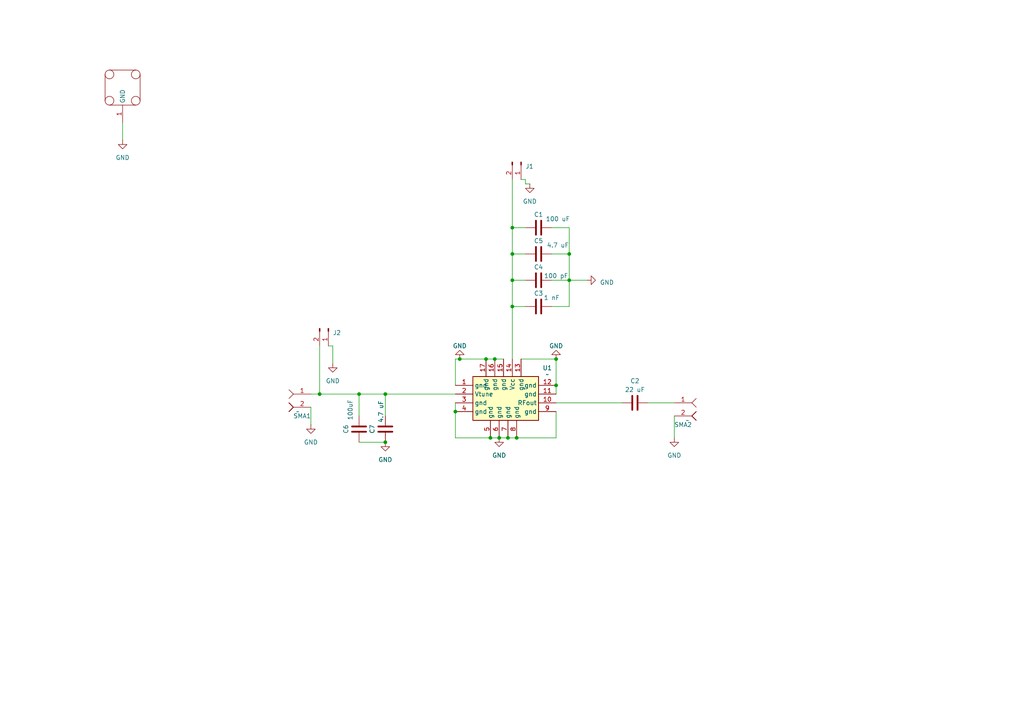
<source format=kicad_sch>
(kicad_sch (version 20231120) (generator "eeschema") (generator_version "8.0")
  (paper "A4")
  (lib_symbols
    (symbol "Connector:Conn_01x02_Pin" (pin_names (offset 1.016) hide)
      (property "Reference" "J" (at 0 2.54 0))
      (property "Value" "Conn_01x02_Pin" (at 0 -5.08 0))
      (symbol "Conn_01x02_Pin_1_1"
        (polyline (pts (xy 1.27 -2.54) (xy 0.8636 -2.54)) (stroke (width 0.1524)))
        (polyline (pts (xy 1.27 0) (xy 0.8636 0)) (stroke (width 0.1524)))
        (rectangle (start 0.8636 -2.413) (end 0 -2.667) (stroke (width 0.1524)) (fill (type outline)))
        (rectangle (start 0.8636 0.127) (end 0 -0.127) (stroke (width 0.1524)) (fill (type outline)))
        (pin passive line (at 5.08 0 180) (length 3.81) (name "Pin_1") (number "1"))
        (pin passive line (at 5.08 -2.54 180) (length 3.81) (name "Pin_2") (number "2"))
      )
    )
    (symbol "Device:C" (pin_numbers hide) (pin_names (offset 0.254))
      (property "Reference" "C" (at 0.635 2.54 0))
      (property "Value" "C" (at 0.635 -2.54 0))
      (symbol "C_0_1"
        (polyline (pts (xy -2.032 -0.762) (xy 2.032 -0.762)) (stroke (width 0.508)))
        (polyline (pts (xy -2.032 0.762) (xy 2.032 0.762)) (stroke (width 0.508)))
      )
      (symbol "C_1_1"
        (pin passive line (at 0 3.81 270) (length 2.794) (name "~") (number "1"))
        (pin passive line (at 0 -3.81 90) (length 2.794) (name "~") (number "2"))
      )
    )
    (symbol "MUSIC_LAB:VCO_CK1113"
      (property "Reference" "U" (at -0.508 1.016 0))
      (symbol "VCO_CK1113_1_1"
        (rectangle (start -10.16 7.62) (end 8.89 -5.08) (stroke (width 0.254)) (fill (type background)))
        (pin passive line (at -15.24 5.08 0) (length 5.08) (name "gnd") (number "1"))
        (pin passive line (at 13.97 0 180) (length 5.08) (name "RFout") (number "10"))
        (pin passive line (at 13.97 2.54 180) (length 5.08) (name "gnd") (number "11"))
        (pin passive line (at 13.97 5.08 180) (length 5.08) (name "gnd") (number "12"))
        (pin passive line (at 3.81 12.7 270) (length 5.08) (name "gnd") (number "13"))
        (pin passive line (at 1.27 12.7 270) (length 5.08) (name "Vcc") (number "14"))
        (pin passive line (at -1.27 12.7 270) (length 5.08) (name "gnd") (number "15"))
        (pin passive line (at -3.81 12.7 270) (length 5.08) (name "gnd") (number "16"))
        (pin passive line (at -6.35 12.7 270) (length 5.08) (name "gnd") (number "17"))
        (pin passive line (at -15.24 2.54 0) (length 5.08) (name "Vtune") (number "2"))
        (pin passive line (at -15.24 0 0) (length 5.08) (name "gnd") (number "3"))
        (pin passive line (at -15.24 -2.54 0) (length 5.08) (name "gnd") (number "4"))
        (pin passive line (at -5.08 -10.16 90) (length 5.08) (name "gnd") (number "5"))
        (pin passive line (at -2.54 -10.16 90) (length 5.08) (name "gnd") (number "6"))
        (pin passive line (at 0 -10.16 90) (length 5.08) (name "gnd") (number "7"))
        (pin passive line (at 2.54 -10.16 90) (length 5.08) (name "gnd") (number "8"))
        (pin passive line (at 13.97 -2.54 180) (length 5.08) (name "gnd") (number "9"))
      )
    )
    (symbol "Radar:SMA"
      (property "Reference" "SMA" (at 1.27 -1.27 0))
      (symbol "SMA_0_1"
        (polyline (pts (xy -1.27 1.27) (xy -2.54 0)))
        (polyline (pts (xy -1.27 1.27) (xy -2.54 0)))
        (polyline (pts (xy -1.27 1.27) (xy -2.54 0)))
        (polyline (pts (xy -1.27 1.27) (xy -2.54 0)))
        (polyline (pts (xy -1.27 1.27) (xy -2.54 2.54)))
        (polyline (pts (xy -1.27 1.27) (xy -2.54 2.54)))
        (polyline (pts (xy -1.27 1.27) (xy -2.54 2.54)))
        (polyline (pts (xy -1.27 1.27) (xy -2.54 2.54)))
        (polyline (pts (xy -1.27 5.08) (xy -2.54 3.81)))
        (polyline (pts (xy -1.27 5.08) (xy -2.54 6.35)))
      )
      (symbol "SMA_1_1"
        (pin passive line (at 3.81 5.08 180) (length 5.08) (name "") (number "1"))
        (pin passive line (at 3.81 1.27 180) (length 5.08) (name "") (number "2"))
      )
    )
    (symbol "Radar:outline"
      (property "Reference" "outline" (at 0 6.35 0))
      (symbol "outline_0_1"
        (circle (center -3.81 -3.81) (radius 1.27))
        (circle (center -3.81 3.81) (radius 1.27))
        (polyline (pts (xy -5.08 3.81) (xy -5.08 -3.81)))
        (polyline (pts (xy -3.81 -5.08) (xy 3.81 -5.08)))
        (polyline (pts (xy 3.81 5.08) (xy -3.81 5.08)))
        (polyline (pts (xy 5.08 3.81) (xy 5.08 -3.81)))
        (circle (center 3.81 -3.81) (radius 1.27))
        (circle (center 3.81 3.81) (radius 1.27))
      )
      (symbol "outline_1_1"
        (pin free line (at -10.16 0 0) (length 5.08) (name "GND") (number "1"))
      )
    )
    (symbol "power:GND" (power) (pin_numbers hide) (pin_names (offset 0) hide)
      (property "Value" "GND" (at 0 -3.81 0))
      (symbol "GND_0_1"
        (polyline (pts (xy 0 0) (xy 0 -1.27) (xy 1.27 -1.27) (xy 0 -2.54) (xy -1.27 -1.27) (xy 0 -1.27)))
      )
      (symbol "GND_1_1"
        (pin power_in line (at 0 0 270) (length 0) (name "~") (number "1"))
      )
    )
  )
  (junction (at 111.76 128.27))
  (junction (at 149.86 127))
  (junction (at 148.59 73.66))
  (junction (at 161.29 111.76))
  (junction (at 140.97 104.14))
  (junction (at 92.71 114.3))
  (junction (at 165.1 73.66))
  (junction (at 148.59 88.9))
  (junction (at 104.14 114.3))
  (junction (at 148.59 66.04))
  (junction (at 144.78 127))
  (junction (at 148.59 81.28))
  (junction (at 142.24 127))
  (junction (at 132.08 119.38))
  (junction (at 147.32 127))
  (junction (at 133.35 104.14))
  (junction (at 161.29 104.14))
  (junction (at 111.76 114.3))
  (junction (at 143.51 104.14))
  (junction (at 165.1 81.28))
  (wire (pts (xy 152.4 66.04) (xy 148.59 66.04)))
  (wire (pts (xy 160.02 66.04) (xy 165.1 66.04)))
  (wire (pts (xy 148.59 73.66) (xy 148.59 81.28)))
  (wire (pts (xy 149.86 127) (xy 161.29 127)))
  (wire (pts (xy 148.59 81.28) (xy 152.4 81.28)))
  (wire (pts (xy 111.76 114.3) (xy 132.08 114.3)))
  (wire (pts (xy 144.78 127) (xy 147.32 127)))
  (wire (pts (xy 152.4 53.34) (xy 152.4 52.07)))
  (wire (pts (xy 161.29 127) (xy 161.29 119.38)))
  (wire (pts (xy 165.1 66.04) (xy 165.1 73.66)))
  (wire (pts (xy 132.08 119.38) (xy 132.08 127)))
  (wire (pts (xy 104.14 120.65) (xy 104.14 114.3)))
  (wire (pts (xy 92.71 114.3) (xy 104.14 114.3)))
  (wire (pts (xy 165.1 73.66) (xy 165.1 81.28)))
  (wire (pts (xy 148.59 73.66) (xy 152.4 73.66)))
  (wire (pts (xy 160.02 88.9) (xy 165.1 88.9)))
  (wire (pts (xy 111.76 120.65) (xy 111.76 114.3)))
  (wire (pts (xy 104.14 114.3) (xy 111.76 114.3)))
  (wire (pts (xy 151.13 104.14) (xy 161.29 104.14)))
  (wire (pts (xy 165.1 81.28) (xy 170.18 81.28)))
  (wire (pts (xy 187.96 116.84) (xy 195.58 116.84)))
  (wire (pts (xy 148.59 52.07) (xy 148.59 66.04)))
  (wire (pts (xy 143.51 104.14) (xy 146.05 104.14)))
  (wire (pts (xy 148.59 88.9) (xy 148.59 104.14)))
  (wire (pts (xy 160.02 81.28) (xy 165.1 81.28)))
  (wire (pts (xy 165.1 88.9) (xy 165.1 81.28)))
  (wire (pts (xy 132.08 104.14) (xy 133.35 104.14)))
  (wire (pts (xy 111.76 128.27) (xy 104.14 128.27)))
  (wire (pts (xy 96.52 105.41) (xy 96.52 100.33)))
  (wire (pts (xy 35.56 35.56) (xy 35.56 40.64)))
  (wire (pts (xy 195.58 120.65) (xy 195.58 127)))
  (wire (pts (xy 140.97 104.14) (xy 143.51 104.14)))
  (wire (pts (xy 132.08 111.76) (xy 132.08 104.14)))
  (wire (pts (xy 90.17 114.3) (xy 92.71 114.3)))
  (wire (pts (xy 161.29 104.14) (xy 161.29 111.76)))
  (wire (pts (xy 90.17 118.11) (xy 90.17 123.19)))
  (wire (pts (xy 152.4 52.07) (xy 151.13 52.07)))
  (wire (pts (xy 147.32 127) (xy 149.86 127)))
  (wire (pts (xy 132.08 116.84) (xy 132.08 119.38)))
  (wire (pts (xy 148.59 66.04) (xy 148.59 73.66)))
  (wire (pts (xy 132.08 127) (xy 142.24 127)))
  (wire (pts (xy 153.67 53.34) (xy 152.4 53.34)))
  (wire (pts (xy 133.35 104.14) (xy 140.97 104.14)))
  (wire (pts (xy 161.29 111.76) (xy 161.29 114.3)))
  (wire (pts (xy 142.24 127) (xy 144.78 127)))
  (wire (pts (xy 180.34 116.84) (xy 161.29 116.84)))
  (wire (pts (xy 148.59 88.9) (xy 152.4 88.9)))
  (wire (pts (xy 148.59 81.28) (xy 148.59 88.9)))
  (wire (pts (xy 92.71 100.33) (xy 92.71 114.3)))
  (wire (pts (xy 160.02 73.66) (xy 165.1 73.66)))
  (wire (pts (xy 96.52 100.33) (xy 95.25 100.33)))
  (symbol (lib_id "power:GND") (at 35.56 40.64 0) (unit 1)
    (property "Reference" "#PWR0106" (effects (hide yes)))
    (property "Value" "GND" (at 35.56 45.72 0))
    (property "Description" "Power symbol creates a global label with name \"GND\" , ground" (effects (hide yes)))
  )
  (symbol (lib_id "power:GND") (at 144.78 127 0) (unit 1)
    (property "Reference" "#PWR03" (effects (hide yes)))
    (property "Value" "GND" (at 144.78 132.08 0))
    (property "Description" "Power symbol creates a global label with name \"GND\" , ground" (effects (hide yes)))
  )
  (symbol (lib_id "Connector:Conn_01x02_Pin") (at 95.25 95.25 270) (unit 1)
    (property "Reference" "J2" (at 96.52 96.52 90) (effects (justify left)))
    (property "Value" "Conn_01x02_Pin" (effects (hide yes)))
    (property "Footprint" "Connector_PinHeader_2.54mm:PinHeader_1x02_P2.54mm_Vertical" (effects (hide yes)))
    (property "Description" "Generic connector, single row, 01x02, script generated" (effects (hide yes)))
  )
  (symbol (lib_id "Device:C") (at 156.21 66.04 90) (unit 1)
    (property "Reference" "C1" (at 156.21 62.23 90))
    (property "Value" "100 uF" (at 161.798 63.5 90))
    (property "Footprint" "Capacitor_SMD:C_0603_1608Metric" (effects (hide yes)))
    (property "Description" "Unpolarized capacitor" (effects (hide yes)))
  )
  (symbol (lib_id "Device:C") (at 156.21 88.9 90) (unit 1)
    (property "Reference" "C3" (at 156.21 85.09 90))
    (property "Value" "1 nF" (at 160.02 86.36 90))
    (property "Footprint" "Capacitor_SMD:C_0603_1608Metric" (effects (hide yes)))
    (property "Description" "Unpolarized capacitor" (effects (hide yes)))
  )
  (symbol (lib_id "power:GND") (at 195.58 127 0) (unit 1)
    (property "Reference" "#PWR02" (effects (hide yes)))
    (property "Value" "GND" (at 195.58 132.08 0))
    (property "Description" "Power symbol creates a global label with name \"GND\" , ground" (effects (hide yes)))
  )
  (symbol (lib_id "Connector:Conn_01x02_Pin") (at 151.13 46.99 270) (unit 1)
    (property "Reference" "J1" (at 152.4 48.26 90) (effects (justify left)))
    (property "Value" "Conn_01x02_Pin" (effects (hide yes)))
    (property "Footprint" "Connector_JST:JST_XH_B2B-XH-AM_1x02_P2.50mm_Vertical_changed" (effects (hide yes)))
    (property "Description" "Generic connector, single row, 01x02, script generated" (effects (hide yes)))
  )
  (symbol (lib_id "power:GND") (at 170.18 81.28 90) (unit 1)
    (property "Reference" "#PWR0102" (effects (hide yes)))
    (property "Value" "GND" (at 173.99 81.915 90) (effects (justify right)))
    (property "Description" "Power symbol creates a global label with name \"GND\" , ground" (effects (hide yes)))
  )
  (symbol (lib_id "power:GND") (at 161.29 104.14 180) (unit 1)
    (property "Reference" "#PWR06" (effects (hide yes)))
    (property "Value" "GND" (at 161.29 100.33 0))
    (property "Description" "Power symbol creates a global label with name \"GND\" , ground" (effects (hide yes)))
  )
  (symbol (lib_id "Device:C") (at 111.76 124.46 180) (unit 1)
    (property "Reference" "C7" (at 107.95 124.46 90))
    (property "Value" "4.7 uF" (at 110.49 119.38 90))
    (property "Footprint" "Capacitor_SMD:C_0603_1608Metric" (effects (hide yes)))
    (property "Description" "Unpolarized capacitor" (effects (hide yes)))
  )
  (symbol (lib_id "power:GND") (at 111.76 128.27 0) (unit 1)
    (property "Reference" "#PWR05" (effects (hide yes)))
    (property "Value" "GND" (at 111.76 133.35 0))
    (property "Description" "Power symbol creates a global label with name \"GND\" , ground" (effects (hide yes)))
  )
  (symbol (lib_id "power:GND") (at 153.67 53.34 0) (unit 1)
    (property "Reference" "#PWR01" (effects (hide yes)))
    (property "Value" "GND" (at 153.67 58.42 0))
    (property "Description" "Power symbol creates a global label with name \"GND\" , ground" (effects (hide yes)))
  )
  (symbol (lib_id "power:GND") (at 90.17 123.19 0) (unit 1)
    (property "Reference" "#PWR0105" (effects (hide yes)))
    (property "Value" "GND" (at 90.17 128.27 0))
    (property "Description" "Power symbol creates a global label with name \"GND\" , ground" (effects (hide yes)))
  )
  (symbol (lib_id "Radar:outline") (at 35.56 25.4 90) (unit 1)
    (property "Reference" "outline1" (effects (hide yes)))
    (property "Footprint" "MUSIC_Lab:Outline_3x2_cavity_20231207" (effects (hide yes)))
  )
  (symbol (lib_id "Radar:SMA") (at 199.39 121.92 0) (mirror y) (unit 1)
    (property "Reference" "SMA2" (at 198.12 123.19 0))
    (property "Value" "~" (at 199.39 121.92 0))
    (property "Footprint" "MUSIC_Lab:SMA_KHD_Back" (effects (hide yes)))
  )
  (symbol (lib_id "power:GND") (at 133.35 104.14 180) (unit 1)
    (property "Reference" "#PWR0103" (effects (hide yes)))
    (property "Value" "GND" (at 133.35 100.33 0))
    (property "Description" "Power symbol creates a global label with name \"GND\" , ground" (effects (hide yes)))
  )
  (symbol (lib_id "Radar:SMA") (at 86.36 119.38 0) (unit 1)
    (property "Reference" "SMA1" (at 87.63 120.65 0))
    (property "Value" "~" (at 86.36 119.38 0))
    (property "Footprint" "MUSIC_Lab:SMA_KHD_Back" (effects (hide yes)))
  )
  (symbol (lib_id "MUSIC_LAB:VCO_CK1113") (at 147.32 116.84 0) (unit 1)
    (property "Reference" "U1" (at 158.75 106.7114 0))
    (property "Value" "~" (at 158.75 108.6165 0))
    (property "Footprint" "MUSIC_Lab:VCO_CK1113" (effects (hide yes)))
  )
  (symbol (lib_id "power:GND") (at 96.52 105.41 0) (unit 1)
    (property "Reference" "#PWR04" (effects (hide yes)))
    (property "Value" "GND" (at 96.52 110.49 0))
    (property "Description" "Power symbol creates a global label with name \"GND\" , ground" (effects (hide yes)))
  )
  (symbol (lib_id "Device:C") (at 104.14 124.46 180) (unit 1)
    (property "Reference" "C6" (at 100.33 124.46 90))
    (property "Value" "100uF" (at 101.6 118.872 90))
    (property "Footprint" "Capacitor_SMD:C_0603_1608Metric" (effects (hide yes)))
    (property "Description" "Unpolarized capacitor" (effects (hide yes)))
  )
  (symbol (lib_id "Device:C") (at 156.21 73.66 90) (unit 1)
    (property "Reference" "C5" (at 156.21 69.85 90))
    (property "Value" "4.7 uF" (at 161.798 71.12 90))
    (property "Footprint" "Capacitor_SMD:C_0603_1608Metric" (effects (hide yes)))
    (property "Description" "Unpolarized capacitor" (effects (hide yes)))
  )
  (symbol (lib_id "Device:C") (at 184.15 116.84 90) (unit 1)
    (property "Reference" "C2" (at 184.15 110.49 90))
    (property "Value" "22 uF" (at 184.15 113.03 90))
    (property "Footprint" "Capacitor_SMD:C_0603_1608Metric" (effects (hide yes)))
    (property "Description" "Unpolarized capacitor" (effects (hide yes)))
  )
  (symbol (lib_id "Device:C") (at 156.21 81.28 90) (unit 1)
    (property "Reference" "C4" (at 156.21 77.47 90))
    (property "Value" "100 pF" (at 161.29 80.01 90))
    (property "Footprint" "Capacitor_SMD:C_0603_1608Metric" (effects (hide yes)))
    (property "Description" "Unpolarized capacitor" (effects (hide yes)))
  )
)
</source>
